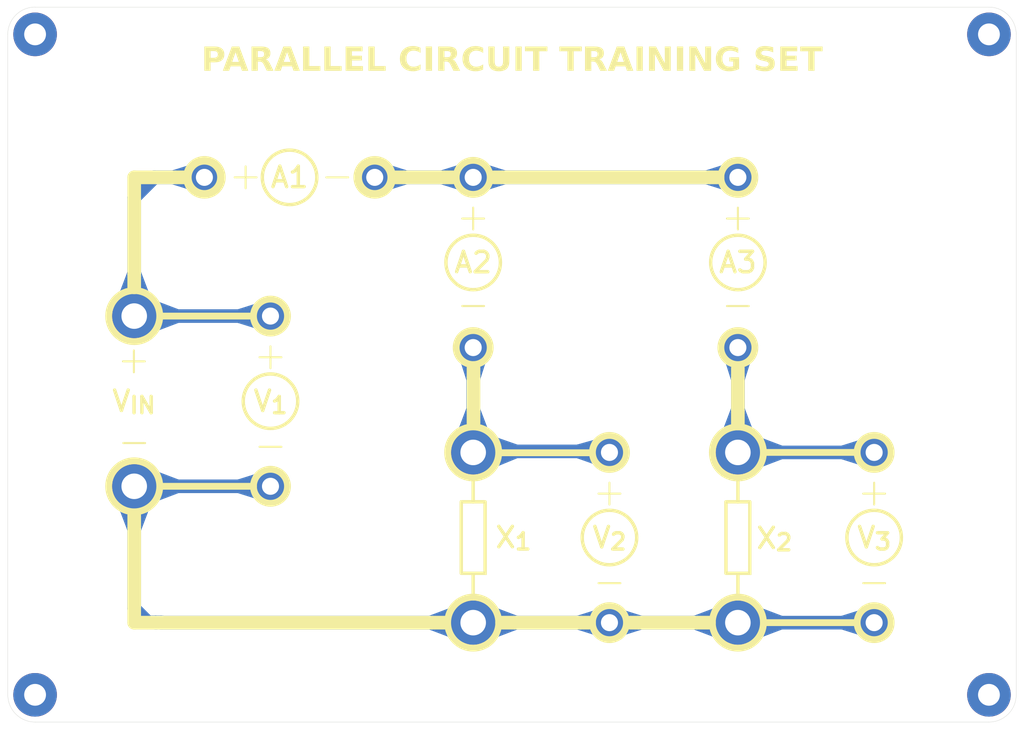
<source format=kicad_pcb>
(kicad_pcb (version 20240108) (generator "pcbnew") (generator_version "8.0")
  (layers (0 "F.Cu" signal) (31 "B.Cu" signal) (34 "B.Paste" user) (35 "F.Paste" user) (36 "B.SilkS" user "B.Silkscreen") (37 "F.SilkS" user "F.Silkscreen") (38 "B.Mask" user) (39 "F.Mask" user) (44 "Edge.Cuts" user))
  (net 0 "")
  (net 1 "Net-(A1-+)")
  (net 2 "Net-(A1--)")
  (net 3 "Net-(A2--)")
  (net 4 "Net-(A3--)")
  (net 5 "GND")
  (footprint "Library:Volt meter vertical" (layer "F.Cu") (at 167.301 119.15)
    (property "Reference" "MES2")
    (property "Value" "V_{2}" (at 0 0 0) (layer "F.SilkS") (effects (font (size 3 3) (thickness 0.5))))
    (fp_line (start -1.6 -6.45) (end 1.6 -6.45) (stroke (width 0.3)) (layer "F.SilkS"))
    (fp_line (start -1.6 6.7) (end 1.6 6.7) (stroke (width 0.3)) (layer "F.SilkS"))
    (fp_line (start 0 -4.85) (end 0 -8.05) (stroke (width 0.3)) (layer "F.SilkS"))
    (fp_circle (center 0 -12.5) (end -2.5 -12.5) (stroke (width 1)) (fill none) (layer "F.SilkS"))
    (fp_circle (center 0 0) (end 4 0) (stroke (width 0.5)) (fill none) (layer "F.SilkS"))
    (fp_circle (center 0 12.5) (end -2.5 12.5) (stroke (width 1)) (fill none) (layer "F.SilkS"))
    (pad "1" thru_hole circle (at 0 12.5 180) (size 4.8 4.8) (drill 2.5) (layers "*.Cu" "*.Mask") (net 5 "GND"))
    (pad "2" thru_hole circle (at 0 -12.5 180) (size 4.8 4.8) (drill 2.5) (layers "*.Cu" "*.Mask") (net 3 "Net-(A2--)"))
  )
  (footprint "Library:MountingHole_3.2mm_M3_Pad" (layer "F.Cu") (at 83 45.25)
    (property "Reference" "H1")
    (property "Value" "MountingHole")
    (pad "1" thru_hole circle (at 0 0) (size 6.4 6.4) (drill 3.2) (layers "*.Cu" "*.Mask"))
  )
  (footprint "Library:MountingHole_3.2mm_M3_Pad" (layer "F.Cu") (at 83 142.25)
    (property "Reference" "H3")
    (property "Value" "MountingHole")
    (pad "1" thru_hole circle (at 0 0) (size 6.4 6.4) (drill 3.2) (layers "*.Cu" "*.Mask"))
  )
  (footprint "Library:Ammeter Vertical" (layer "F.Cu") (at 147.3 78.75 -90)
    (property "Reference" "A2" (at 0 0 0) (layer "F.SilkS") (effects (font (size 3 3) (thickness 0.5))))
    (property "Value" "Ammeter_DC" (hide yes))
    (fp_line (start -6.45 1.6) (end -6.45 -1.6) (stroke (width 0.3)) (layer "F.SilkS"))
    (fp_line (start -4.85 0) (end -8.05 0) (stroke (width 0.3)) (layer "F.SilkS"))
    (fp_line (start 6.4 -1.6) (end 6.4 1.6) (stroke (width 0.3)) (layer "F.SilkS"))
    (fp_circle (center -12.5 0) (end -12.5 2.5) (stroke (width 1)) (fill none) (layer "F.SilkS"))
    (fp_circle (center 0 0) (end 4 0) (stroke (width 0.5)) (fill none) (layer "F.SilkS"))
    (fp_circle (center 12.5 0) (end 12.5 2.5) (stroke (width 1)) (fill none) (layer "F.SilkS"))
    (pad "1" thru_hole circle (at 12.5 0 180) (size 4.8 4.8) (drill 2.5) (layers "*.Cu" "*.Mask") (net 3 "Net-(A2--)"))
    (pad "2" thru_hole circle (at -12.5 0 180) (size 4.8 4.8) (drill 2.5) (layers "*.Cu" "*.Mask") (net 2 "Net-(A1--)"))
  )
  (footprint "Library:DC Power Supply Vertical" (layer "F.Cu") (at 97.55 99.125)
    (property "Reference" "V1" (hide yes))
    (property "Value" "V_{IN}" (at -0.05 0 0) (layer "F.SilkS") (effects (font (size 3 3) (thickness 0.5))))
    (fp_line (start -1.65 -5.85) (end 1.55 -5.85) (stroke (width 0.3)) (layer "F.SilkS"))
    (fp_line (start -1.6 6.15) (end 1.6 6.15) (stroke (width 0.3)) (layer "F.SilkS"))
    (fp_line (start -0.05 -4.25) (end -0.05 -7.45) (stroke (width 0.3)) (layer "F.SilkS"))
    (fp_circle (center 0 -12.5) (end 3.75 -12.5) (stroke (width 1)) (fill none) (layer "F.SilkS"))
    (fp_circle (center 0 12.5) (end 3.75 12.5) (stroke (width 1)) (fill none) (layer "F.SilkS"))
    (pad "1" thru_hole circle (at 0 -12.5) (size 6.5 6.5) (drill 3.75) (layers "*.Cu" "*.Mask") (net 1 "Net-(A1-+)"))
    (pad "2" thru_hole circle (at 0 12.5) (size 6.5 6.5) (drill 3.75) (layers "*.Cu" "*.Mask") (net 5 "GND"))
  )
  (footprint "Library:Resistor-Plugin_0.5Watt" (layer "F.Cu") (at 147.3 119.15 180)
    (property "Reference" "R1")
    (property "Value" "R")
    (fp_line (start 1.72 3.87) (end 1.72 -5.37) (stroke (width 0.12)) (layer "F.SilkS"))
    (fp_line (start 1.72 -5.37) (end -1.72 -5.37) (stroke (width 0.12)) (layer "F.SilkS"))
    (fp_line (start 0 5.25) (end 0 8.8) (stroke (width 0.5)) (layer "F.SilkS"))
    (fp_line (start 0 -7.33) (end 0 -5.37) (stroke (width 0.12)) (layer "F.SilkS"))
    (fp_line (start 0 -8.8) (end 0 -5.25) (stroke (width 0.5)) (layer "F.SilkS"))
    (fp_line (start -1.72 -5.37) (end -1.72 3.87) (stroke (width 0.12)) (layer "F.SilkS"))
    (fp_rect (start -1.75 -5.25) (end 1.75 5.25) (stroke (width 0.5)) (fill none) (layer "F.SilkS"))
    (fp_circle (center 0 12.5) (end 3.75 12.5) (stroke (width 1)) (fill none) (layer "F.SilkS"))
    (fp_circle (center 0 -12.5) (end 3.75 -12.5) (stroke (width 1)) (fill none) (layer "F.SilkS"))
    (pad "1" thru_hole circle (at 0 -12.5 180) (size 6.5 6.5) (drill 3.75) (layers "*.Cu" "*.Mask") (net 5 "GND"))
    (pad "2" thru_hole circle (at 0 12.5 180) (size 6.5 6.5) (drill 3.75) (layers "*.Cu" "*.Mask") (net 3 "Net-(A2--)"))
  )
  (footprint "Library:Ammeter horizontal" (layer "F.Cu") (at 120.35 66.25)
    (property "Reference" "A1" (at 0 0 0) (layer "F.SilkS") (effects (font (size 3 3) (thickness 0.5))))
    (property "Value" "Ammeter_DC" (hide yes))
    (fp_line (start -6.45 1.6) (end -6.45 -1.6) (stroke (width 0.3)) (layer "F.SilkS"))
    (fp_line (start -4.85 0) (end -8.05 0) (stroke (width 0.3)) (layer "F.SilkS"))
    (fp_line (start 8.6 0) (end 5.4 0) (stroke (width 0.3)) (layer "F.SilkS"))
    (fp_circle (center -12.5 0) (end -12.5 2.5) (stroke (width 1.25)) (fill none) (layer "F.SilkS"))
    (fp_circle (center 0 0) (end 4 0) (stroke (width 0.5)) (fill none) (layer "F.SilkS"))
    (fp_circle (center 12.5 0) (end 12.5 2.5) (stroke (width 1.25)) (fill none) (layer "F.SilkS"))
    (pad "1" thru_hole circle (at 12.5 0 270) (size 4.8 4.8) (drill 2.5) (layers "*.Cu" "*.Mask") (net 2 "Net-(A1--)"))
    (pad "2" thru_hole circle (at -12.5 0 270) (size 4.8 4.8) (drill 2.5) (layers "*.Cu" "*.Mask") (net 1 "Net-(A1-+)"))
  )
  (footprint "Library:Ammeter Vertical" (layer "F.Cu") (at 186.15 78.75 -90)
    (property "Reference" "A3" (at 0 0 0) (layer "F.SilkS") (effects (font (size 3 3) (thickness 0.5))))
    (property "Value" "Ammeter_DC" (hide yes))
    (fp_line (start -6.45 1.6) (end -6.45 -1.6) (stroke (width 0.3)) (layer "F.SilkS"))
    (fp_line (start -4.85 0) (end -8.05 0) (stroke (width 0.3)) (layer "F.SilkS"))
    (fp_line (start 6.4 -1.6) (end 6.4 1.6) (stroke (width 0.3)) (layer "F.SilkS"))
    (fp_circle (center -12.5 0) (end -12.5 2.5) (stroke (width 1)) (fill none) (layer "F.SilkS"))
    (fp_circle (center 0 0) (end 4 0) (stroke (width 0.5)) (fill none) (layer "F.SilkS"))
    (fp_circle (center 12.5 0) (end 12.5 2.5) (stroke (width 1)) (fill none) (layer "F.SilkS"))
    (pad "1" thru_hole circle (at 12.5 0 180) (size 4.8 4.8) (drill 2.5) (layers "*.Cu" "*.Mask") (net 4 "Net-(A3--)"))
    (pad "2" thru_hole circle (at -12.5 0 180) (size 4.8 4.8) (drill 2.5) (layers "*.Cu" "*.Mask") (net 2 "Net-(A1--)"))
  )
  (footprint "Library:Volt meter vertical" (layer "F.Cu") (at 117.55 99.125)
    (property "Reference" "MES1")
    (property "Value" "V_{1}" (at 0 0 0) (layer "F.SilkS") (effects (font (size 3 3) (thickness 0.5))))
    (fp_line (start -1.6 -6.45) (end 1.6 -6.45) (stroke (width 0.3)) (layer "F.SilkS"))
    (fp_line (start -1.6 6.7) (end 1.6 6.7) (stroke (width 0.3)) (layer "F.SilkS"))
    (fp_line (start 0 -4.85) (end 0 -8.05) (stroke (width 0.3)) (layer "F.SilkS"))
    (fp_circle (center 0 -12.5) (end -2.5 -12.5) (stroke (width 1)) (fill none) (layer "F.SilkS"))
    (fp_circle (center 0 0) (end 4 0) (stroke (width 0.5)) (fill none) (layer "F.SilkS"))
    (fp_circle (center 0 12.5) (end -2.5 12.5) (stroke (width 1)) (fill none) (layer "F.SilkS"))
    (pad "1" thru_hole circle (at 0 12.5 180) (size 4.8 4.8) (drill 2.5) (layers "*.Cu" "*.Mask") (net 5 "GND"))
    (pad "2" thru_hole circle (at 0 -12.5 180) (size 4.8 4.8) (drill 2.5) (layers "*.Cu" "*.Mask") (net 1 "Net-(A1-+)"))
  )
  (footprint "Library:MountingHole_3.2mm_M3_Pad" (layer "F.Cu") (at 223 45.25)
    (property "Reference" "H2")
    (property "Value" "MountingHole")
    (pad "1" thru_hole circle (at 0 0) (size 6.4 6.4) (drill 3.2) (layers "*.Cu" "*.Mask"))
  )
  (footprint "Library:MountingHole_3.2mm_M3_Pad" (layer "F.Cu") (at 223 142.25)
    (property "Reference" "H4")
    (property "Value" "MountingHole")
    (pad "1" thru_hole circle (at 0 0) (size 6.4 6.4) (drill 3.2) (layers "*.Cu" "*.Mask"))
  )
  (footprint "Library:Volt meter vertical" (layer "F.Cu") (at 206.15 119.15)
    (property "Reference" "MES3")
    (property "Value" "V_{3}" (at 0 0 0) (layer "F.SilkS") (effects (font (size 3 3) (thickness 0.5))))
    (fp_line (start -1.6 -6.45) (end 1.6 -6.45) (stroke (width 0.3)) (layer "F.SilkS"))
    (fp_line (start -1.6 6.7) (end 1.6 6.7) (stroke (width 0.3)) (layer "F.SilkS"))
    (fp_line (start 0 -4.85) (end 0 -8.05) (stroke (width 0.3)) (layer "F.SilkS"))
    (fp_circle (center 0 -12.5) (end -2.5 -12.5) (stroke (width 1)) (fill none) (layer "F.SilkS"))
    (fp_circle (center 0 0) (end 4 0) (stroke (width 0.5)) (fill none) (layer "F.SilkS"))
    (fp_circle (center 0 12.5) (end -2.5 12.5) (stroke (width 1)) (fill none) (layer "F.SilkS"))
    (pad "1" thru_hole circle (at 0 12.5 180) (size 4.8 4.8) (drill 2.5) (layers "*.Cu" "*.Mask") (net 5 "GND"))
    (pad "2" thru_hole circle (at 0 -12.5 180) (size 4.8 4.8) (drill 2.5) (layers "*.Cu" "*.Mask") (net 4 "Net-(A3--)"))
  )
  (footprint "Library:Resistor-Plugin_0.5Watt" (layer "F.Cu") (at 186.15 119.15 180)
    (property "Reference" "R2")
    (property "Value" "R")
    (fp_line (start 1.72 3.87) (end 1.72 -5.37) (stroke (width 0.12)) (layer "F.SilkS"))
    (fp_line (start 1.72 -5.37) (end -1.72 -5.37) (stroke (width 0.12)) (layer "F.SilkS"))
    (fp_line (start 0 5.25) (end 0 8.8) (stroke (width 0.5)) (layer "F.SilkS"))
    (fp_line (start 0 -7.33) (end 0 -5.37) (stroke (width 0.12)) (layer "F.SilkS"))
    (fp_line (start 0 -8.8) (end 0 -5.25) (stroke (width 0.5)) (layer "F.SilkS"))
    (fp_line (start -1.72 -5.37) (end -1.72 3.87) (stroke (width 0.12)) (layer "F.SilkS"))
    (fp_rect (start -1.75 -5.25) (end 1.75 5.25) (stroke (width 0.5)) (fill none) (layer "F.SilkS"))
    (fp_circle (center 0 12.5) (end 3.75 12.5) (stroke (width 1)) (fill none) (layer "F.SilkS"))
    (fp_circle (center 0 -12.5) (end 3.75 -12.5) (stroke (width 1)) (fill none) (layer "F.SilkS"))
    (pad "1" thru_hole circle (at 0 -12.5 180) (size 6.5 6.5) (drill 3.75) (layers "*.Cu" "*.Mask") (net 5 "GND"))
    (pad "2" thru_hole circle (at 0 12.5 180) (size 6.5 6.5) (drill 3.75) (layers "*.Cu" "*.Mask") (net 4 "Net-(A3--)"))
  )
  (gr_line (start 190 106.65) (end 203.65 106.65) (stroke (width 1)) (layer "F.SilkS"))
  (gr_line (start 101.35 111.625) (end 115.05 111.625) (stroke (width 1)) (layer "F.SilkS"))
  (gr_line (start 104.95 66.25) (end 97.55 66.25) (stroke (width 2)) (layer "F.SilkS"))
  (gr_line (start 181.9 131.65) (end 170.35 131.65) (stroke (width 2)) (layer "F.SilkS"))
  (gr_line (start 97.55 115.9) (end 97.55 131.65) (stroke (width 2)) (layer "F.SilkS"))
  (gr_line (start 186.15 94.3) (end 186.15 102.4) (stroke (width 2)) (layer "F.SilkS"))
  (gr_line (start 143.05 131.65) (end 97.55 131.65) (stroke (width 2)) (layer "F.SilkS"))
  (gr_line (start 164.3 131.65) (end 151.55 131.65) (stroke (width 2)) (layer "F.SilkS"))
  (gr_line (start 151.1 106.7) (end 164.75 106.7) (stroke (width 1)) (layer "F.SilkS"))
  (gr_line (start 147.35 94.25) (end 147.35 102.35) (stroke (width 2)) (layer "F.SilkS"))
  (gr_line (start 144.3 66.25) (end 135.75 66.25) (stroke (width 2)) (layer "F.SilkS"))
  (gr_line (start 101.35 86.625) (end 115 86.625) (stroke (width 1)) (layer "F.SilkS"))
  (gr_line (start 203.55 131.65) (end 190 131.65) (stroke (width 1)) (layer "F.SilkS"))
  (gr_line (start 97.55 82.4) (end 97.55 66.25) (stroke (width 2)) (layer "F.SilkS"))
  (gr_line (start 183.15 66.25) (end 150.35 66.25) (stroke (width 2)) (layer "F.SilkS"))
  (gr_arc (start 227 142.25) (mid 225.828427 145.078427) (end 223 146.25) (stroke (width 0.05)) (layer "Edge.Cuts"))
  (gr_arc (start 78.992196 45.25) (mid 80.166055 42.416055) (end 83 41.242196) (stroke (width 0.05)) (layer "Edge.Cuts"))
  (gr_arc (start 83 146.25) (mid 80.171573 145.078427) (end 79 142.25) (stroke (width 0.05)) (layer "Edge.Cuts"))
  (gr_line (start 227 45.25) (end 227 142.25) (stroke (width 0.05)) (layer "Edge.Cuts"))
  (gr_line (start 83 41.25) (end 223 41.25) (stroke (width 0.05)) (layer "Edge.Cuts"))
  (gr_arc (start 223 41.25) (mid 225.828427 42.421573) (end 227 45.25) (stroke (width 0.05)) (layer "Edge.Cuts"))
  (gr_line (start 79 142.25) (end 79 45.25) (stroke (width 0.05)) (layer "Edge.Cuts"))
  (gr_line (start 223 146.25) (end 83 146.25) (stroke (width 0.05)) (layer "Edge.Cuts"))
  (gr_text "X_{1}" (at 150.3 120.9 0) (layer "F.SilkS") (effects (font (size 3 3) (thickness 0.5)) (justify left bottom)))
  (gr_text "PARALLEL CIRCUIT TRAINING SET" (at 153 49.15 0) (layer "F.SilkS") (effects (font (size 3.5 3.5) (thickness 0.5) (bold yes))))
  (gr_text "X_{2}" (at 188.6 121.0175 0) (layer "F.SilkS") (effects (font (size 3 3) (thickness 0.5)) (justify left bottom)))
  (segment (start 107.85 66.25) (end 100.5 66.25) (width 2) (layer "B.Cu") (net 1))
  (segment (start 97.55 69.2) (end 97.55 86.625) (width 2) (layer "B.Cu") (net 1))
  (segment (start 100.5 66.25) (end 97.55 69.2) (width 2) (layer "B.Cu") (net 1))
  (segment (start 97.55 86.625) (end 117.55 86.625) (width 2) (layer "B.Cu") (net 1))
  (segment (start 185.95 66.25) (end 147.45 66.25) (width 2) (layer "B.Cu") (net 2))
  (segment (start 186.15 66.6) (end 185.95 66.4) (width 2) (layer "B.Cu") (net 2))
  (segment (start 147.45 66.4) (end 147.3 66.25) (width 2) (layer "B.Cu") (net 2))
  (segment (start 132.2 66.4) (end 132 66.6) (width 2) (layer "B.Cu") (net 2))
  (segment (start 132.85 66.25) (end 147.3 66.25) (width 2) (layer "B.Cu") (net 2))
  (segment (start 147.3 91.6) (end 147.3 106.65) (width 2) (layer "B.Cu") (net 3))
  (segment (start 167.4 106.5) (end 147.45 106.5) (width 2) (layer "B.Cu") (net 3))
  (segment (start 147.45 106.5) (end 147.3 106.65) (width 2) (layer "B.Cu") (net 3))
  (segment (start 204.65 106.65) (end 204.7 106.6) (width 2) (layer "B.Cu") (net 4))
  (segment (start 186.15 91.6) (end 186.15 106.65) (width 2) (layer "B.Cu") (net 4))
  (segment (start 186.15 106.65) (end 206.15 106.65) (width 2) (layer "B.Cu") (net 4))
  (segment (start 99.55 131.6) (end 100.7 131.6) (width 2) (layer "B.Cu") (net 5))
  (segment (start 100.7 131.6) (end 101.5 131.6) (width 2) (layer "B.Cu") (net 5))
  (segment (start 167.301 131.65) (end 186.15 131.65) (width 2) (layer "B.Cu") (net 5))
  (segment (start 100.7 131.6) (end 100.75 131.65) (width 2) (layer "B.Cu") (net 5))
  (segment (start 97.55 111.625) (end 117.55 111.625) (width 2) (layer "B.Cu") (net 5))
  (segment (start 147.3 131.65) (end 167.301 131.65) (width 2) (layer "B.Cu") (net 5))
  (segment (start 101.55 131.65) (end 147.3 131.65) (width 2) (layer "B.Cu") (net 5))
  (segment (start 186.15 131.65) (end 206.15 131.65) (width 2) (layer "B.Cu") (net 5))
  (segment (start 204.65 131.65) (end 204.7 131.6) (width 2) (layer "B.Cu") (net 5))
  (segment (start 101.5 131.6) (end 101.55 131.65) (width 2) (layer "B.Cu") (net 5))
  (segment (start 97.55 111.625) (end 97.55 129.6) (width 2) (layer "B.Cu") (net 5))
  (segment (start 97.55 129.6) (end 99.55 131.6) (width 2) (layer "B.Cu") (net 5))
)
</source>
